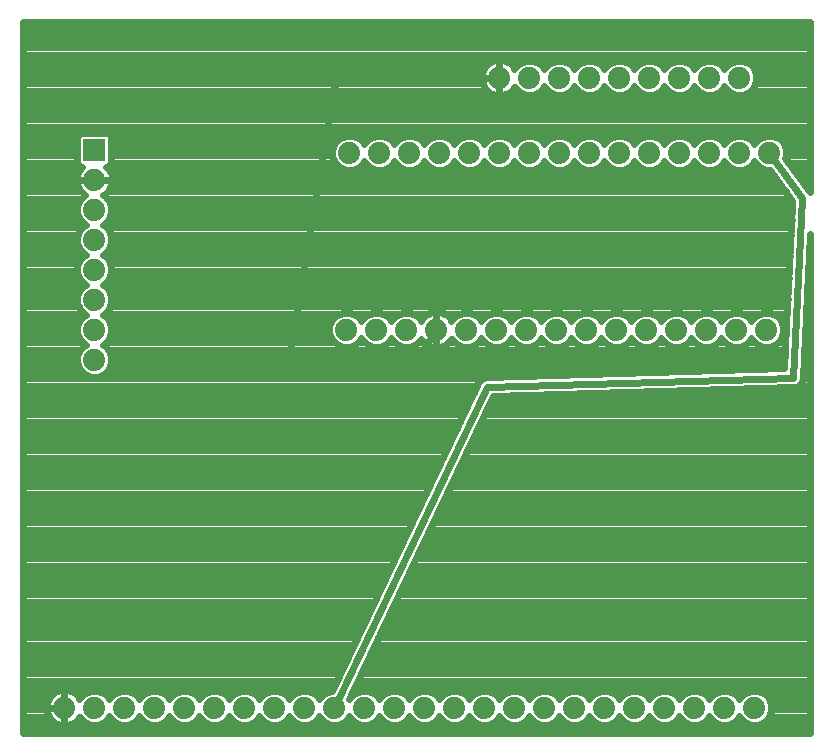
<source format=gbl>
G75*
%MOIN*%
%OFA0B0*%
%FSLAX25Y25*%
%IPPOS*%
%LPD*%
%AMOC8*
5,1,8,0,0,1.08239X$1,22.5*
%
%ADD10R,0.07400X0.07400*%
%ADD11C,0.07400*%
%ADD12C,0.02400*%
%ADD13C,0.03962*%
D10*
X0049800Y0217800D03*
D11*
X0049800Y0207800D03*
X0049800Y0197800D03*
X0049800Y0187800D03*
X0049800Y0177800D03*
X0049800Y0167800D03*
X0049800Y0157800D03*
X0049800Y0147800D03*
X0133800Y0157800D03*
X0143800Y0157800D03*
X0153800Y0157800D03*
X0163800Y0157800D03*
X0173800Y0157800D03*
X0183800Y0157800D03*
X0193800Y0157800D03*
X0203800Y0157800D03*
X0213800Y0157800D03*
X0223800Y0157800D03*
X0233800Y0157800D03*
X0243800Y0157800D03*
X0253800Y0157800D03*
X0263800Y0157800D03*
X0273800Y0157800D03*
X0274800Y0216800D03*
X0264800Y0216800D03*
X0254800Y0216800D03*
X0244800Y0216800D03*
X0234800Y0216800D03*
X0224800Y0216800D03*
X0214800Y0216800D03*
X0204800Y0216800D03*
X0194800Y0216800D03*
X0184800Y0216800D03*
X0174800Y0216800D03*
X0164800Y0216800D03*
X0154800Y0216800D03*
X0144800Y0216800D03*
X0134800Y0216800D03*
X0184800Y0241800D03*
X0194800Y0241800D03*
X0204800Y0241800D03*
X0214800Y0241800D03*
X0224800Y0241800D03*
X0234800Y0241800D03*
X0244800Y0241800D03*
X0254800Y0241800D03*
X0264800Y0241800D03*
X0259800Y0031800D03*
X0249800Y0031800D03*
X0239800Y0031800D03*
X0229800Y0031800D03*
X0219800Y0031800D03*
X0209800Y0031800D03*
X0199800Y0031800D03*
X0189800Y0031800D03*
X0179800Y0031800D03*
X0169800Y0031800D03*
X0159800Y0031800D03*
X0149800Y0031800D03*
X0139800Y0031800D03*
X0129800Y0031800D03*
X0119800Y0031800D03*
X0109800Y0031800D03*
X0099800Y0031800D03*
X0089800Y0031800D03*
X0079800Y0031800D03*
X0069800Y0031800D03*
X0059800Y0031800D03*
X0049800Y0031800D03*
X0039800Y0031800D03*
X0269800Y0031800D03*
D12*
X0026200Y0023200D02*
X0026200Y0260400D01*
X0288400Y0260400D01*
X0288400Y0203696D01*
X0288283Y0203825D01*
X0280175Y0214882D01*
X0280500Y0215666D01*
X0280500Y0217934D01*
X0279632Y0220029D01*
X0278029Y0221632D01*
X0275934Y0222500D01*
X0273666Y0222500D01*
X0271571Y0221632D01*
X0269968Y0220029D01*
X0269800Y0219624D01*
X0269632Y0220029D01*
X0268029Y0221632D01*
X0265934Y0222500D01*
X0263666Y0222500D01*
X0261571Y0221632D01*
X0259968Y0220029D01*
X0259800Y0219624D01*
X0259632Y0220029D01*
X0258029Y0221632D01*
X0255934Y0222500D01*
X0253666Y0222500D01*
X0251571Y0221632D01*
X0249968Y0220029D01*
X0249800Y0219624D01*
X0249632Y0220029D01*
X0248029Y0221632D01*
X0245934Y0222500D01*
X0243666Y0222500D01*
X0241571Y0221632D01*
X0239968Y0220029D01*
X0239800Y0219624D01*
X0239632Y0220029D01*
X0238029Y0221632D01*
X0235934Y0222500D01*
X0233666Y0222500D01*
X0231571Y0221632D01*
X0229968Y0220029D01*
X0229800Y0219624D01*
X0229632Y0220029D01*
X0228029Y0221632D01*
X0225934Y0222500D01*
X0223666Y0222500D01*
X0221571Y0221632D01*
X0219968Y0220029D01*
X0219800Y0219624D01*
X0219632Y0220029D01*
X0218029Y0221632D01*
X0215934Y0222500D01*
X0213666Y0222500D01*
X0211571Y0221632D01*
X0209968Y0220029D01*
X0209800Y0219624D01*
X0209632Y0220029D01*
X0208029Y0221632D01*
X0205934Y0222500D01*
X0203666Y0222500D01*
X0201571Y0221632D01*
X0199968Y0220029D01*
X0199800Y0219624D01*
X0199632Y0220029D01*
X0198029Y0221632D01*
X0195934Y0222500D01*
X0193666Y0222500D01*
X0191571Y0221632D01*
X0189968Y0220029D01*
X0189800Y0219624D01*
X0189632Y0220029D01*
X0188029Y0221632D01*
X0185934Y0222500D01*
X0183666Y0222500D01*
X0181571Y0221632D01*
X0179968Y0220029D01*
X0179800Y0219624D01*
X0179632Y0220029D01*
X0178029Y0221632D01*
X0175934Y0222500D01*
X0173666Y0222500D01*
X0171571Y0221632D01*
X0169968Y0220029D01*
X0169800Y0219624D01*
X0169632Y0220029D01*
X0168029Y0221632D01*
X0165934Y0222500D01*
X0163666Y0222500D01*
X0161571Y0221632D01*
X0159968Y0220029D01*
X0159800Y0219624D01*
X0159632Y0220029D01*
X0158029Y0221632D01*
X0155934Y0222500D01*
X0153666Y0222500D01*
X0151571Y0221632D01*
X0149968Y0220029D01*
X0149800Y0219624D01*
X0149632Y0220029D01*
X0148029Y0221632D01*
X0145934Y0222500D01*
X0143666Y0222500D01*
X0141571Y0221632D01*
X0139968Y0220029D01*
X0139800Y0219624D01*
X0139632Y0220029D01*
X0138029Y0221632D01*
X0135934Y0222500D01*
X0133666Y0222500D01*
X0131571Y0221632D01*
X0129968Y0220029D01*
X0129100Y0217934D01*
X0129100Y0215666D01*
X0129968Y0213571D01*
X0131571Y0211968D01*
X0133666Y0211100D01*
X0135934Y0211100D01*
X0138029Y0211968D01*
X0139632Y0213571D01*
X0139800Y0213976D01*
X0139968Y0213571D01*
X0141571Y0211968D01*
X0143666Y0211100D01*
X0145934Y0211100D01*
X0148029Y0211968D01*
X0149632Y0213571D01*
X0149800Y0213976D01*
X0149968Y0213571D01*
X0151571Y0211968D01*
X0153666Y0211100D01*
X0155934Y0211100D01*
X0158029Y0211968D01*
X0159632Y0213571D01*
X0159800Y0213976D01*
X0159968Y0213571D01*
X0161571Y0211968D01*
X0163666Y0211100D01*
X0165934Y0211100D01*
X0168029Y0211968D01*
X0169632Y0213571D01*
X0169800Y0213976D01*
X0169968Y0213571D01*
X0171571Y0211968D01*
X0173666Y0211100D01*
X0175934Y0211100D01*
X0178029Y0211968D01*
X0179632Y0213571D01*
X0179800Y0213976D01*
X0179968Y0213571D01*
X0181571Y0211968D01*
X0183666Y0211100D01*
X0185934Y0211100D01*
X0188029Y0211968D01*
X0189632Y0213571D01*
X0189800Y0213976D01*
X0189968Y0213571D01*
X0191571Y0211968D01*
X0193666Y0211100D01*
X0195934Y0211100D01*
X0198029Y0211968D01*
X0199632Y0213571D01*
X0199800Y0213976D01*
X0199968Y0213571D01*
X0201571Y0211968D01*
X0203666Y0211100D01*
X0205934Y0211100D01*
X0208029Y0211968D01*
X0209632Y0213571D01*
X0209800Y0213976D01*
X0209968Y0213571D01*
X0211571Y0211968D01*
X0213666Y0211100D01*
X0215934Y0211100D01*
X0218029Y0211968D01*
X0219632Y0213571D01*
X0219800Y0213976D01*
X0219968Y0213571D01*
X0221571Y0211968D01*
X0223666Y0211100D01*
X0225934Y0211100D01*
X0228029Y0211968D01*
X0229632Y0213571D01*
X0229800Y0213976D01*
X0229968Y0213571D01*
X0231571Y0211968D01*
X0233666Y0211100D01*
X0235934Y0211100D01*
X0238029Y0211968D01*
X0239632Y0213571D01*
X0239800Y0213976D01*
X0239968Y0213571D01*
X0241571Y0211968D01*
X0243666Y0211100D01*
X0245934Y0211100D01*
X0248029Y0211968D01*
X0249632Y0213571D01*
X0249800Y0213976D01*
X0249968Y0213571D01*
X0251571Y0211968D01*
X0253666Y0211100D01*
X0255934Y0211100D01*
X0258029Y0211968D01*
X0259632Y0213571D01*
X0259800Y0213976D01*
X0259968Y0213571D01*
X0261571Y0211968D01*
X0263666Y0211100D01*
X0265934Y0211100D01*
X0268029Y0211968D01*
X0269632Y0213571D01*
X0269800Y0213976D01*
X0269968Y0213571D01*
X0271571Y0211968D01*
X0273666Y0211100D01*
X0275012Y0211100D01*
X0282547Y0200824D01*
X0279752Y0144912D01*
X0180836Y0142002D01*
X0180331Y0142029D01*
X0180204Y0141984D01*
X0180070Y0141980D01*
X0179608Y0141773D01*
X0179131Y0141604D01*
X0179031Y0141513D01*
X0178908Y0141458D01*
X0178561Y0141090D01*
X0178185Y0140751D01*
X0178127Y0140630D01*
X0178035Y0140532D01*
X0177855Y0140059D01*
X0128972Y0037500D01*
X0128666Y0037500D01*
X0126571Y0036632D01*
X0124968Y0035029D01*
X0124800Y0034624D01*
X0124632Y0035029D01*
X0123029Y0036632D01*
X0120934Y0037500D01*
X0118666Y0037500D01*
X0116571Y0036632D01*
X0114968Y0035029D01*
X0114800Y0034624D01*
X0114632Y0035029D01*
X0113029Y0036632D01*
X0110934Y0037500D01*
X0108666Y0037500D01*
X0106571Y0036632D01*
X0104968Y0035029D01*
X0104800Y0034624D01*
X0104632Y0035029D01*
X0103029Y0036632D01*
X0100934Y0037500D01*
X0098666Y0037500D01*
X0096571Y0036632D01*
X0094968Y0035029D01*
X0094800Y0034624D01*
X0094632Y0035029D01*
X0093029Y0036632D01*
X0090934Y0037500D01*
X0088666Y0037500D01*
X0086571Y0036632D01*
X0084968Y0035029D01*
X0084800Y0034624D01*
X0084632Y0035029D01*
X0083029Y0036632D01*
X0080934Y0037500D01*
X0078666Y0037500D01*
X0076571Y0036632D01*
X0074968Y0035029D01*
X0074800Y0034624D01*
X0074632Y0035029D01*
X0073029Y0036632D01*
X0070934Y0037500D01*
X0068666Y0037500D01*
X0066571Y0036632D01*
X0064968Y0035029D01*
X0064800Y0034624D01*
X0064632Y0035029D01*
X0063029Y0036632D01*
X0060934Y0037500D01*
X0058666Y0037500D01*
X0056571Y0036632D01*
X0054968Y0035029D01*
X0054800Y0034624D01*
X0054632Y0035029D01*
X0053029Y0036632D01*
X0050934Y0037500D01*
X0048666Y0037500D01*
X0046571Y0036632D01*
X0044968Y0035029D01*
X0044882Y0034822D01*
X0044846Y0034892D01*
X0044300Y0035644D01*
X0043644Y0036300D01*
X0042892Y0036846D01*
X0042065Y0037268D01*
X0041182Y0037555D01*
X0040264Y0037700D01*
X0039800Y0037700D01*
X0039800Y0031800D01*
X0039800Y0031800D01*
X0039800Y0025900D01*
X0040264Y0025900D01*
X0041182Y0026045D01*
X0042065Y0026332D01*
X0042892Y0026754D01*
X0043644Y0027300D01*
X0044300Y0027956D01*
X0044846Y0028708D01*
X0044882Y0028778D01*
X0044968Y0028571D01*
X0046571Y0026968D01*
X0048666Y0026100D01*
X0050934Y0026100D01*
X0053029Y0026968D01*
X0054632Y0028571D01*
X0054800Y0028976D01*
X0054968Y0028571D01*
X0056571Y0026968D01*
X0058666Y0026100D01*
X0060934Y0026100D01*
X0063029Y0026968D01*
X0064632Y0028571D01*
X0064800Y0028976D01*
X0064968Y0028571D01*
X0066571Y0026968D01*
X0068666Y0026100D01*
X0070934Y0026100D01*
X0073029Y0026968D01*
X0074632Y0028571D01*
X0074800Y0028976D01*
X0074968Y0028571D01*
X0076571Y0026968D01*
X0078666Y0026100D01*
X0080934Y0026100D01*
X0083029Y0026968D01*
X0084632Y0028571D01*
X0084800Y0028976D01*
X0084968Y0028571D01*
X0086571Y0026968D01*
X0088666Y0026100D01*
X0090934Y0026100D01*
X0093029Y0026968D01*
X0094632Y0028571D01*
X0094800Y0028976D01*
X0094968Y0028571D01*
X0096571Y0026968D01*
X0098666Y0026100D01*
X0100934Y0026100D01*
X0103029Y0026968D01*
X0104632Y0028571D01*
X0104800Y0028976D01*
X0104968Y0028571D01*
X0106571Y0026968D01*
X0108666Y0026100D01*
X0110934Y0026100D01*
X0113029Y0026968D01*
X0114632Y0028571D01*
X0114800Y0028976D01*
X0114968Y0028571D01*
X0116571Y0026968D01*
X0118666Y0026100D01*
X0120934Y0026100D01*
X0123029Y0026968D01*
X0124632Y0028571D01*
X0124800Y0028976D01*
X0124968Y0028571D01*
X0126571Y0026968D01*
X0128666Y0026100D01*
X0130934Y0026100D01*
X0133029Y0026968D01*
X0134632Y0028571D01*
X0134800Y0028976D01*
X0134968Y0028571D01*
X0136571Y0026968D01*
X0138666Y0026100D01*
X0140934Y0026100D01*
X0143029Y0026968D01*
X0144632Y0028571D01*
X0144800Y0028976D01*
X0144968Y0028571D01*
X0146571Y0026968D01*
X0148666Y0026100D01*
X0150934Y0026100D01*
X0153029Y0026968D01*
X0154632Y0028571D01*
X0154800Y0028976D01*
X0154968Y0028571D01*
X0156571Y0026968D01*
X0158666Y0026100D01*
X0160934Y0026100D01*
X0163029Y0026968D01*
X0164632Y0028571D01*
X0164800Y0028976D01*
X0164968Y0028571D01*
X0166571Y0026968D01*
X0168666Y0026100D01*
X0170934Y0026100D01*
X0173029Y0026968D01*
X0174632Y0028571D01*
X0174800Y0028976D01*
X0174968Y0028571D01*
X0176571Y0026968D01*
X0178666Y0026100D01*
X0180934Y0026100D01*
X0183029Y0026968D01*
X0184632Y0028571D01*
X0184800Y0028976D01*
X0184968Y0028571D01*
X0186571Y0026968D01*
X0188666Y0026100D01*
X0190934Y0026100D01*
X0193029Y0026968D01*
X0194632Y0028571D01*
X0194800Y0028976D01*
X0194968Y0028571D01*
X0196571Y0026968D01*
X0198666Y0026100D01*
X0200934Y0026100D01*
X0203029Y0026968D01*
X0204632Y0028571D01*
X0204800Y0028976D01*
X0204968Y0028571D01*
X0206571Y0026968D01*
X0208666Y0026100D01*
X0210934Y0026100D01*
X0213029Y0026968D01*
X0214632Y0028571D01*
X0214800Y0028976D01*
X0214968Y0028571D01*
X0216571Y0026968D01*
X0218666Y0026100D01*
X0220934Y0026100D01*
X0223029Y0026968D01*
X0224632Y0028571D01*
X0224800Y0028976D01*
X0224968Y0028571D01*
X0226571Y0026968D01*
X0228666Y0026100D01*
X0230934Y0026100D01*
X0233029Y0026968D01*
X0234632Y0028571D01*
X0234800Y0028976D01*
X0234968Y0028571D01*
X0236571Y0026968D01*
X0238666Y0026100D01*
X0240934Y0026100D01*
X0243029Y0026968D01*
X0244632Y0028571D01*
X0244800Y0028976D01*
X0244968Y0028571D01*
X0246571Y0026968D01*
X0248666Y0026100D01*
X0250934Y0026100D01*
X0253029Y0026968D01*
X0254632Y0028571D01*
X0254800Y0028976D01*
X0254968Y0028571D01*
X0256571Y0026968D01*
X0258666Y0026100D01*
X0260934Y0026100D01*
X0263029Y0026968D01*
X0264632Y0028571D01*
X0264800Y0028976D01*
X0264968Y0028571D01*
X0266571Y0026968D01*
X0268666Y0026100D01*
X0270934Y0026100D01*
X0273029Y0026968D01*
X0274632Y0028571D01*
X0275500Y0030666D01*
X0275500Y0032934D01*
X0274632Y0035029D01*
X0273029Y0036632D01*
X0270934Y0037500D01*
X0268666Y0037500D01*
X0266571Y0036632D01*
X0264968Y0035029D01*
X0264800Y0034624D01*
X0264632Y0035029D01*
X0263029Y0036632D01*
X0260934Y0037500D01*
X0258666Y0037500D01*
X0256571Y0036632D01*
X0254968Y0035029D01*
X0254800Y0034624D01*
X0254632Y0035029D01*
X0253029Y0036632D01*
X0250934Y0037500D01*
X0248666Y0037500D01*
X0246571Y0036632D01*
X0244968Y0035029D01*
X0244800Y0034624D01*
X0244632Y0035029D01*
X0243029Y0036632D01*
X0240934Y0037500D01*
X0238666Y0037500D01*
X0236571Y0036632D01*
X0234968Y0035029D01*
X0234800Y0034624D01*
X0234632Y0035029D01*
X0233029Y0036632D01*
X0230934Y0037500D01*
X0228666Y0037500D01*
X0226571Y0036632D01*
X0224968Y0035029D01*
X0224800Y0034624D01*
X0224632Y0035029D01*
X0223029Y0036632D01*
X0220934Y0037500D01*
X0218666Y0037500D01*
X0216571Y0036632D01*
X0214968Y0035029D01*
X0214800Y0034624D01*
X0214632Y0035029D01*
X0213029Y0036632D01*
X0210934Y0037500D01*
X0208666Y0037500D01*
X0206571Y0036632D01*
X0204968Y0035029D01*
X0204800Y0034624D01*
X0204632Y0035029D01*
X0203029Y0036632D01*
X0200934Y0037500D01*
X0198666Y0037500D01*
X0196571Y0036632D01*
X0194968Y0035029D01*
X0194800Y0034624D01*
X0194632Y0035029D01*
X0193029Y0036632D01*
X0190934Y0037500D01*
X0188666Y0037500D01*
X0186571Y0036632D01*
X0184968Y0035029D01*
X0184800Y0034624D01*
X0184632Y0035029D01*
X0183029Y0036632D01*
X0180934Y0037500D01*
X0178666Y0037500D01*
X0176571Y0036632D01*
X0174968Y0035029D01*
X0174800Y0034624D01*
X0174632Y0035029D01*
X0173029Y0036632D01*
X0170934Y0037500D01*
X0168666Y0037500D01*
X0166571Y0036632D01*
X0164968Y0035029D01*
X0164800Y0034624D01*
X0164632Y0035029D01*
X0163029Y0036632D01*
X0160934Y0037500D01*
X0158666Y0037500D01*
X0156571Y0036632D01*
X0154968Y0035029D01*
X0154800Y0034624D01*
X0154632Y0035029D01*
X0153029Y0036632D01*
X0150934Y0037500D01*
X0148666Y0037500D01*
X0146571Y0036632D01*
X0144968Y0035029D01*
X0144800Y0034624D01*
X0144632Y0035029D01*
X0143029Y0036632D01*
X0140934Y0037500D01*
X0138666Y0037500D01*
X0136571Y0036632D01*
X0134968Y0035029D01*
X0134800Y0034624D01*
X0134749Y0034746D01*
X0182848Y0135659D01*
X0282767Y0138598D01*
X0283276Y0138572D01*
X0283399Y0138616D01*
X0283530Y0138620D01*
X0283995Y0138829D01*
X0284475Y0139000D01*
X0284572Y0139088D01*
X0284692Y0139142D01*
X0285041Y0139512D01*
X0285419Y0139854D01*
X0285475Y0139973D01*
X0285565Y0140068D01*
X0285746Y0140544D01*
X0285964Y0141004D01*
X0285971Y0141135D01*
X0286017Y0141258D01*
X0286002Y0141767D01*
X0288400Y0189720D01*
X0288400Y0023200D01*
X0026200Y0023200D01*
X0026200Y0023996D02*
X0288400Y0023996D01*
X0288400Y0026394D02*
X0271644Y0026394D01*
X0267956Y0026394D02*
X0261644Y0026394D01*
X0264724Y0028793D02*
X0264876Y0028793D01*
X0265927Y0035988D02*
X0263673Y0035988D01*
X0255927Y0035988D02*
X0253673Y0035988D01*
X0254724Y0028793D02*
X0254876Y0028793D01*
X0257956Y0026394D02*
X0251644Y0026394D01*
X0247956Y0026394D02*
X0241644Y0026394D01*
X0237956Y0026394D02*
X0231644Y0026394D01*
X0227956Y0026394D02*
X0221644Y0026394D01*
X0224724Y0028793D02*
X0224876Y0028793D01*
X0225927Y0035988D02*
X0223673Y0035988D01*
X0215927Y0035988D02*
X0213673Y0035988D01*
X0214724Y0028793D02*
X0214876Y0028793D01*
X0217956Y0026394D02*
X0211644Y0026394D01*
X0207956Y0026394D02*
X0201644Y0026394D01*
X0197956Y0026394D02*
X0191644Y0026394D01*
X0194724Y0028793D02*
X0194876Y0028793D01*
X0195927Y0035988D02*
X0193673Y0035988D01*
X0185927Y0035988D02*
X0183673Y0035988D01*
X0184724Y0028793D02*
X0184876Y0028793D01*
X0187956Y0026394D02*
X0181644Y0026394D01*
X0177956Y0026394D02*
X0171644Y0026394D01*
X0167956Y0026394D02*
X0161644Y0026394D01*
X0157956Y0026394D02*
X0151644Y0026394D01*
X0147956Y0026394D02*
X0141644Y0026394D01*
X0137956Y0026394D02*
X0131644Y0026394D01*
X0127956Y0026394D02*
X0121644Y0026394D01*
X0124724Y0028793D02*
X0124876Y0028793D01*
X0129800Y0031800D02*
X0180800Y0138800D01*
X0282800Y0141800D01*
X0285800Y0201800D01*
X0274800Y0216800D01*
X0270612Y0220673D02*
X0268988Y0220673D01*
X0269539Y0213478D02*
X0270061Y0213478D01*
X0275027Y0211079D02*
X0054710Y0211079D01*
X0054846Y0210892D02*
X0054300Y0211644D01*
X0053844Y0212100D01*
X0054328Y0212100D01*
X0055500Y0213272D01*
X0055500Y0222328D01*
X0054328Y0223500D01*
X0045272Y0223500D01*
X0044100Y0222328D01*
X0044100Y0213272D01*
X0045272Y0212100D01*
X0045756Y0212100D01*
X0045300Y0211644D01*
X0044754Y0210892D01*
X0044332Y0210065D01*
X0044045Y0209182D01*
X0043900Y0208264D01*
X0043900Y0207800D01*
X0049800Y0207800D01*
X0055700Y0207800D01*
X0055700Y0208264D01*
X0055555Y0209182D01*
X0055268Y0210065D01*
X0054846Y0210892D01*
X0055634Y0208681D02*
X0276786Y0208681D01*
X0278545Y0206282D02*
X0055511Y0206282D01*
X0055555Y0206418D02*
X0055700Y0207336D01*
X0055700Y0207800D01*
X0049800Y0207800D01*
X0049800Y0207800D01*
X0049800Y0207800D01*
X0043900Y0207800D01*
X0043900Y0207336D01*
X0044045Y0206418D01*
X0044332Y0205535D01*
X0044754Y0204708D01*
X0045300Y0203956D01*
X0045956Y0203300D01*
X0046708Y0202754D01*
X0046778Y0202718D01*
X0046571Y0202632D01*
X0044968Y0201029D01*
X0044100Y0198934D01*
X0044100Y0196666D01*
X0044968Y0194571D01*
X0046571Y0192968D01*
X0046976Y0192800D01*
X0046571Y0192632D01*
X0044968Y0191029D01*
X0044100Y0188934D01*
X0044100Y0186666D01*
X0044968Y0184571D01*
X0046571Y0182968D01*
X0046976Y0182800D01*
X0046571Y0182632D01*
X0044968Y0181029D01*
X0044100Y0178934D01*
X0044100Y0176666D01*
X0044968Y0174571D01*
X0046571Y0172968D01*
X0046976Y0172800D01*
X0046571Y0172632D01*
X0044968Y0171029D01*
X0044100Y0168934D01*
X0044100Y0166666D01*
X0044968Y0164571D01*
X0046571Y0162968D01*
X0046976Y0162800D01*
X0046571Y0162632D01*
X0044968Y0161029D01*
X0044100Y0158934D01*
X0044100Y0156666D01*
X0044968Y0154571D01*
X0046571Y0152968D01*
X0046976Y0152800D01*
X0046571Y0152632D01*
X0044968Y0151029D01*
X0044100Y0148934D01*
X0044100Y0146666D01*
X0044968Y0144571D01*
X0046571Y0142968D01*
X0048666Y0142100D01*
X0050934Y0142100D01*
X0053029Y0142968D01*
X0054632Y0144571D01*
X0055500Y0146666D01*
X0055500Y0148934D01*
X0054632Y0151029D01*
X0053029Y0152632D01*
X0052624Y0152800D01*
X0053029Y0152968D01*
X0054632Y0154571D01*
X0055500Y0156666D01*
X0055500Y0158934D01*
X0054632Y0161029D01*
X0053029Y0162632D01*
X0052624Y0162800D01*
X0053029Y0162968D01*
X0054632Y0164571D01*
X0055500Y0166666D01*
X0055500Y0168934D01*
X0054632Y0171029D01*
X0053029Y0172632D01*
X0052624Y0172800D01*
X0053029Y0172968D01*
X0054632Y0174571D01*
X0055500Y0176666D01*
X0055500Y0178934D01*
X0054632Y0181029D01*
X0053029Y0182632D01*
X0052624Y0182800D01*
X0053029Y0182968D01*
X0054632Y0184571D01*
X0055500Y0186666D01*
X0055500Y0188934D01*
X0054632Y0191029D01*
X0053029Y0192632D01*
X0052624Y0192800D01*
X0053029Y0192968D01*
X0054632Y0194571D01*
X0055500Y0196666D01*
X0055500Y0198934D01*
X0054632Y0201029D01*
X0053029Y0202632D01*
X0052822Y0202718D01*
X0052892Y0202754D01*
X0053644Y0203300D01*
X0054300Y0203956D01*
X0054846Y0204708D01*
X0055268Y0205535D01*
X0055555Y0206418D01*
X0054228Y0203884D02*
X0280304Y0203884D01*
X0282062Y0201485D02*
X0054176Y0201485D01*
X0055437Y0199087D02*
X0282460Y0199087D01*
X0282340Y0196688D02*
X0055500Y0196688D01*
X0054351Y0194290D02*
X0282220Y0194290D01*
X0282101Y0191891D02*
X0053770Y0191891D01*
X0055268Y0189493D02*
X0281981Y0189493D01*
X0281861Y0187094D02*
X0055500Y0187094D01*
X0054684Y0184696D02*
X0281741Y0184696D01*
X0281621Y0182297D02*
X0053364Y0182297D01*
X0055100Y0179899D02*
X0281501Y0179899D01*
X0281381Y0177500D02*
X0055500Y0177500D01*
X0054852Y0175102D02*
X0281261Y0175102D01*
X0281141Y0172703D02*
X0052857Y0172703D01*
X0054932Y0170305D02*
X0281021Y0170305D01*
X0280901Y0167906D02*
X0055500Y0167906D01*
X0055020Y0165508D02*
X0280781Y0165508D01*
X0280661Y0163109D02*
X0275877Y0163109D01*
X0274934Y0163500D02*
X0272666Y0163500D01*
X0270571Y0162632D01*
X0268968Y0161029D01*
X0268800Y0160624D01*
X0268632Y0161029D01*
X0267029Y0162632D01*
X0264934Y0163500D01*
X0262666Y0163500D01*
X0260571Y0162632D01*
X0258968Y0161029D01*
X0258800Y0160624D01*
X0258632Y0161029D01*
X0257029Y0162632D01*
X0254934Y0163500D01*
X0252666Y0163500D01*
X0250571Y0162632D01*
X0248968Y0161029D01*
X0248800Y0160624D01*
X0248632Y0161029D01*
X0247029Y0162632D01*
X0244934Y0163500D01*
X0242666Y0163500D01*
X0240571Y0162632D01*
X0238968Y0161029D01*
X0238800Y0160624D01*
X0238632Y0161029D01*
X0237029Y0162632D01*
X0234934Y0163500D01*
X0232666Y0163500D01*
X0230571Y0162632D01*
X0228968Y0161029D01*
X0228800Y0160624D01*
X0228632Y0161029D01*
X0227029Y0162632D01*
X0224934Y0163500D01*
X0222666Y0163500D01*
X0220571Y0162632D01*
X0218968Y0161029D01*
X0218800Y0160624D01*
X0218632Y0161029D01*
X0217029Y0162632D01*
X0214934Y0163500D01*
X0212666Y0163500D01*
X0210571Y0162632D01*
X0208968Y0161029D01*
X0208800Y0160624D01*
X0208632Y0161029D01*
X0207029Y0162632D01*
X0204934Y0163500D01*
X0202666Y0163500D01*
X0200571Y0162632D01*
X0198968Y0161029D01*
X0198800Y0160624D01*
X0198632Y0161029D01*
X0197029Y0162632D01*
X0194934Y0163500D01*
X0192666Y0163500D01*
X0190571Y0162632D01*
X0188968Y0161029D01*
X0188800Y0160624D01*
X0188632Y0161029D01*
X0187029Y0162632D01*
X0184934Y0163500D01*
X0182666Y0163500D01*
X0180571Y0162632D01*
X0178968Y0161029D01*
X0178800Y0160624D01*
X0178632Y0161029D01*
X0177029Y0162632D01*
X0174934Y0163500D01*
X0172666Y0163500D01*
X0170571Y0162632D01*
X0168968Y0161029D01*
X0168882Y0160822D01*
X0168846Y0160892D01*
X0168300Y0161644D01*
X0167644Y0162300D01*
X0166892Y0162846D01*
X0166065Y0163268D01*
X0165182Y0163555D01*
X0164264Y0163700D01*
X0163800Y0163700D01*
X0163800Y0157800D01*
X0153800Y0142800D01*
X0113800Y0142800D01*
X0130800Y0243800D01*
X0184800Y0241800D01*
X0184800Y0241800D01*
X0184800Y0247700D01*
X0185264Y0247700D01*
X0186182Y0247555D01*
X0187065Y0247268D01*
X0187892Y0246846D01*
X0188644Y0246300D01*
X0189300Y0245644D01*
X0189846Y0244892D01*
X0189882Y0244822D01*
X0189968Y0245029D01*
X0191571Y0246632D01*
X0193666Y0247500D01*
X0195934Y0247500D01*
X0198029Y0246632D01*
X0199632Y0245029D01*
X0199800Y0244624D01*
X0199968Y0245029D01*
X0201571Y0246632D01*
X0203666Y0247500D01*
X0205934Y0247500D01*
X0208029Y0246632D01*
X0209632Y0245029D01*
X0209800Y0244624D01*
X0209968Y0245029D01*
X0211571Y0246632D01*
X0213666Y0247500D01*
X0215934Y0247500D01*
X0218029Y0246632D01*
X0219632Y0245029D01*
X0219800Y0244624D01*
X0219968Y0245029D01*
X0221571Y0246632D01*
X0223666Y0247500D01*
X0225934Y0247500D01*
X0228029Y0246632D01*
X0229632Y0245029D01*
X0229800Y0244624D01*
X0229968Y0245029D01*
X0231571Y0246632D01*
X0233666Y0247500D01*
X0235934Y0247500D01*
X0238029Y0246632D01*
X0239632Y0245029D01*
X0239800Y0244624D01*
X0239968Y0245029D01*
X0241571Y0246632D01*
X0243666Y0247500D01*
X0245934Y0247500D01*
X0248029Y0246632D01*
X0249632Y0245029D01*
X0249800Y0244624D01*
X0249968Y0245029D01*
X0251571Y0246632D01*
X0253666Y0247500D01*
X0255934Y0247500D01*
X0258029Y0246632D01*
X0259632Y0245029D01*
X0259800Y0244624D01*
X0259968Y0245029D01*
X0261571Y0246632D01*
X0263666Y0247500D01*
X0265934Y0247500D01*
X0268029Y0246632D01*
X0269632Y0245029D01*
X0270500Y0242934D01*
X0270500Y0240666D01*
X0269632Y0238571D01*
X0268029Y0236968D01*
X0265934Y0236100D01*
X0263666Y0236100D01*
X0261571Y0236968D01*
X0259968Y0238571D01*
X0259800Y0238976D01*
X0259632Y0238571D01*
X0258029Y0236968D01*
X0255934Y0236100D01*
X0253666Y0236100D01*
X0251571Y0236968D01*
X0249968Y0238571D01*
X0249800Y0238976D01*
X0249632Y0238571D01*
X0248029Y0236968D01*
X0245934Y0236100D01*
X0243666Y0236100D01*
X0241571Y0236968D01*
X0239968Y0238571D01*
X0239800Y0238976D01*
X0239632Y0238571D01*
X0238029Y0236968D01*
X0235934Y0236100D01*
X0233666Y0236100D01*
X0231571Y0236968D01*
X0229968Y0238571D01*
X0229800Y0238976D01*
X0229632Y0238571D01*
X0228029Y0236968D01*
X0225934Y0236100D01*
X0223666Y0236100D01*
X0221571Y0236968D01*
X0219968Y0238571D01*
X0219800Y0238976D01*
X0219632Y0238571D01*
X0218029Y0236968D01*
X0215934Y0236100D01*
X0213666Y0236100D01*
X0211571Y0236968D01*
X0209968Y0238571D01*
X0209800Y0238976D01*
X0209632Y0238571D01*
X0208029Y0236968D01*
X0205934Y0236100D01*
X0203666Y0236100D01*
X0201571Y0236968D01*
X0199968Y0238571D01*
X0199800Y0238976D01*
X0199632Y0238571D01*
X0198029Y0236968D01*
X0195934Y0236100D01*
X0193666Y0236100D01*
X0191571Y0236968D01*
X0189968Y0238571D01*
X0189882Y0238778D01*
X0189846Y0238708D01*
X0189300Y0237956D01*
X0188644Y0237300D01*
X0187892Y0236754D01*
X0187065Y0236332D01*
X0186182Y0236045D01*
X0185264Y0235900D01*
X0184800Y0235900D01*
X0184800Y0241800D01*
X0184800Y0241800D01*
X0178900Y0241800D01*
X0178900Y0242264D01*
X0179045Y0243182D01*
X0179332Y0244065D01*
X0179754Y0244892D01*
X0180300Y0245644D01*
X0180956Y0246300D01*
X0181708Y0246846D01*
X0182535Y0247268D01*
X0183418Y0247555D01*
X0184336Y0247700D01*
X0184800Y0247700D01*
X0184800Y0241800D01*
X0184800Y0241800D01*
X0178900Y0241800D01*
X0178900Y0241336D01*
X0179045Y0240418D01*
X0179332Y0239535D01*
X0179754Y0238708D01*
X0180300Y0237956D01*
X0180956Y0237300D01*
X0181708Y0236754D01*
X0182535Y0236332D01*
X0183418Y0236045D01*
X0184336Y0235900D01*
X0184800Y0235900D01*
X0184800Y0241800D01*
X0184800Y0242260D02*
X0184800Y0242260D01*
X0184800Y0239862D02*
X0184800Y0239862D01*
X0184800Y0237463D02*
X0184800Y0237463D01*
X0180793Y0237463D02*
X0026200Y0237463D01*
X0026200Y0235065D02*
X0288400Y0235065D01*
X0288400Y0237463D02*
X0268524Y0237463D01*
X0270167Y0239862D02*
X0288400Y0239862D01*
X0288400Y0242260D02*
X0270500Y0242260D01*
X0269786Y0244659D02*
X0288400Y0244659D01*
X0288400Y0247057D02*
X0267003Y0247057D01*
X0262597Y0247057D02*
X0257003Y0247057D01*
X0259786Y0244659D02*
X0259814Y0244659D01*
X0261076Y0237463D02*
X0258524Y0237463D01*
X0251076Y0237463D02*
X0248524Y0237463D01*
X0249786Y0244659D02*
X0249814Y0244659D01*
X0252597Y0247057D02*
X0247003Y0247057D01*
X0242597Y0247057D02*
X0237003Y0247057D01*
X0239786Y0244659D02*
X0239814Y0244659D01*
X0241076Y0237463D02*
X0238524Y0237463D01*
X0231076Y0237463D02*
X0228524Y0237463D01*
X0229786Y0244659D02*
X0229814Y0244659D01*
X0232597Y0247057D02*
X0227003Y0247057D01*
X0222597Y0247057D02*
X0217003Y0247057D01*
X0219786Y0244659D02*
X0219814Y0244659D01*
X0221076Y0237463D02*
X0218524Y0237463D01*
X0211076Y0237463D02*
X0208524Y0237463D01*
X0209786Y0244659D02*
X0209814Y0244659D01*
X0212597Y0247057D02*
X0207003Y0247057D01*
X0202597Y0247057D02*
X0197003Y0247057D01*
X0199786Y0244659D02*
X0199814Y0244659D01*
X0201076Y0237463D02*
X0198524Y0237463D01*
X0191076Y0237463D02*
X0188807Y0237463D01*
X0184800Y0244659D02*
X0184800Y0244659D01*
X0184800Y0247057D02*
X0184800Y0247057D01*
X0182122Y0247057D02*
X0026200Y0247057D01*
X0026200Y0244659D02*
X0179635Y0244659D01*
X0178900Y0242260D02*
X0026200Y0242260D01*
X0026200Y0239862D02*
X0179226Y0239862D01*
X0187478Y0247057D02*
X0192597Y0247057D01*
X0190612Y0220673D02*
X0188988Y0220673D01*
X0189539Y0213478D02*
X0190061Y0213478D01*
X0199539Y0213478D02*
X0200061Y0213478D01*
X0200612Y0220673D02*
X0198988Y0220673D01*
X0208988Y0220673D02*
X0210612Y0220673D01*
X0210061Y0213478D02*
X0209539Y0213478D01*
X0219539Y0213478D02*
X0220061Y0213478D01*
X0220612Y0220673D02*
X0218988Y0220673D01*
X0228988Y0220673D02*
X0230612Y0220673D01*
X0230061Y0213478D02*
X0229539Y0213478D01*
X0239539Y0213478D02*
X0240061Y0213478D01*
X0240612Y0220673D02*
X0238988Y0220673D01*
X0248988Y0220673D02*
X0250612Y0220673D01*
X0250061Y0213478D02*
X0249539Y0213478D01*
X0259539Y0213478D02*
X0260061Y0213478D01*
X0260612Y0220673D02*
X0258988Y0220673D01*
X0278988Y0220673D02*
X0288400Y0220673D01*
X0288400Y0218275D02*
X0280359Y0218275D01*
X0280500Y0215876D02*
X0288400Y0215876D01*
X0288400Y0213478D02*
X0281204Y0213478D01*
X0282963Y0211079D02*
X0288400Y0211079D01*
X0288400Y0208681D02*
X0284722Y0208681D01*
X0286481Y0206282D02*
X0288400Y0206282D01*
X0288400Y0203884D02*
X0288240Y0203884D01*
X0288389Y0189493D02*
X0288400Y0189493D01*
X0288400Y0187094D02*
X0288269Y0187094D01*
X0288149Y0184696D02*
X0288400Y0184696D01*
X0288400Y0182297D02*
X0288029Y0182297D01*
X0287909Y0179899D02*
X0288400Y0179899D01*
X0288400Y0177500D02*
X0287789Y0177500D01*
X0287669Y0175102D02*
X0288400Y0175102D01*
X0288400Y0172703D02*
X0287549Y0172703D01*
X0287429Y0170305D02*
X0288400Y0170305D01*
X0288400Y0167906D02*
X0287309Y0167906D01*
X0287189Y0165508D02*
X0288400Y0165508D01*
X0288400Y0163109D02*
X0287069Y0163109D01*
X0286950Y0160711D02*
X0288400Y0160711D01*
X0288400Y0158312D02*
X0286830Y0158312D01*
X0286710Y0155914D02*
X0288400Y0155914D01*
X0288400Y0153515D02*
X0286590Y0153515D01*
X0286470Y0151117D02*
X0288400Y0151117D01*
X0288400Y0148718D02*
X0286350Y0148718D01*
X0286230Y0146320D02*
X0288400Y0146320D01*
X0288400Y0143921D02*
X0286110Y0143921D01*
X0286010Y0141523D02*
X0288400Y0141523D01*
X0288400Y0139124D02*
X0284653Y0139124D01*
X0288400Y0136726D02*
X0219116Y0136726D01*
X0222666Y0152100D02*
X0220571Y0152968D01*
X0218968Y0154571D01*
X0218800Y0154976D01*
X0218632Y0154571D01*
X0217029Y0152968D01*
X0214934Y0152100D01*
X0212666Y0152100D01*
X0210571Y0152968D01*
X0208968Y0154571D01*
X0208800Y0154976D01*
X0208632Y0154571D01*
X0207029Y0152968D01*
X0204934Y0152100D01*
X0202666Y0152100D01*
X0200571Y0152968D01*
X0198968Y0154571D01*
X0198800Y0154976D01*
X0198632Y0154571D01*
X0197029Y0152968D01*
X0194934Y0152100D01*
X0192666Y0152100D01*
X0190571Y0152968D01*
X0188968Y0154571D01*
X0188800Y0154976D01*
X0188632Y0154571D01*
X0187029Y0152968D01*
X0184934Y0152100D01*
X0182666Y0152100D01*
X0180571Y0152968D01*
X0178968Y0154571D01*
X0178800Y0154976D01*
X0178632Y0154571D01*
X0177029Y0152968D01*
X0174934Y0152100D01*
X0172666Y0152100D01*
X0170571Y0152968D01*
X0168968Y0154571D01*
X0168882Y0154778D01*
X0168846Y0154708D01*
X0168300Y0153956D01*
X0167644Y0153300D01*
X0166892Y0152754D01*
X0166065Y0152332D01*
X0165182Y0152045D01*
X0164264Y0151900D01*
X0163800Y0151900D01*
X0163800Y0157800D01*
X0163800Y0157800D01*
X0163800Y0163700D01*
X0163336Y0163700D01*
X0162418Y0163555D01*
X0161535Y0163268D01*
X0160708Y0162846D01*
X0159956Y0162300D01*
X0159300Y0161644D01*
X0158754Y0160892D01*
X0158718Y0160822D01*
X0158632Y0161029D01*
X0157029Y0162632D01*
X0154934Y0163500D01*
X0152666Y0163500D01*
X0150571Y0162632D01*
X0148968Y0161029D01*
X0148800Y0160624D01*
X0148632Y0161029D01*
X0147029Y0162632D01*
X0144934Y0163500D01*
X0142666Y0163500D01*
X0140571Y0162632D01*
X0138968Y0161029D01*
X0138800Y0160624D01*
X0138632Y0161029D01*
X0137029Y0162632D01*
X0134934Y0163500D01*
X0132666Y0163500D01*
X0130571Y0162632D01*
X0128968Y0161029D01*
X0128100Y0158934D01*
X0128100Y0156666D01*
X0128968Y0154571D01*
X0130571Y0152968D01*
X0132666Y0152100D01*
X0134934Y0152100D01*
X0137029Y0152968D01*
X0138632Y0154571D01*
X0138800Y0154976D01*
X0138968Y0154571D01*
X0140571Y0152968D01*
X0142666Y0152100D01*
X0144934Y0152100D01*
X0147029Y0152968D01*
X0148632Y0154571D01*
X0148800Y0154976D01*
X0148968Y0154571D01*
X0150571Y0152968D01*
X0152666Y0152100D01*
X0154934Y0152100D01*
X0157029Y0152968D01*
X0158632Y0154571D01*
X0158718Y0154778D01*
X0158754Y0154708D01*
X0159300Y0153956D01*
X0159956Y0153300D01*
X0160708Y0152754D01*
X0161535Y0152332D01*
X0162418Y0152045D01*
X0163336Y0151900D01*
X0163800Y0151900D01*
X0163800Y0157800D01*
X0163800Y0157800D01*
X0163800Y0158312D02*
X0163800Y0158312D01*
X0163800Y0155914D02*
X0163800Y0155914D01*
X0163800Y0153515D02*
X0163800Y0153515D01*
X0159741Y0153515D02*
X0157576Y0153515D01*
X0150024Y0153515D02*
X0147576Y0153515D01*
X0148764Y0160711D02*
X0148836Y0160711D01*
X0151723Y0163109D02*
X0145877Y0163109D01*
X0141723Y0163109D02*
X0135877Y0163109D01*
X0138764Y0160711D02*
X0138836Y0160711D01*
X0140024Y0153515D02*
X0137576Y0153515D01*
X0130024Y0153515D02*
X0053576Y0153515D01*
X0054544Y0151117D02*
X0280062Y0151117D01*
X0280182Y0153515D02*
X0277576Y0153515D01*
X0277029Y0152968D02*
X0278632Y0154571D01*
X0279500Y0156666D01*
X0279500Y0158934D01*
X0278632Y0161029D01*
X0277029Y0162632D01*
X0274934Y0163500D01*
X0271723Y0163109D02*
X0265877Y0163109D01*
X0268764Y0160711D02*
X0268836Y0160711D01*
X0268800Y0154976D02*
X0268968Y0154571D01*
X0270571Y0152968D01*
X0272666Y0152100D01*
X0274934Y0152100D01*
X0277029Y0152968D01*
X0279188Y0155914D02*
X0280302Y0155914D01*
X0280422Y0158312D02*
X0279500Y0158312D01*
X0278764Y0160711D02*
X0280542Y0160711D01*
X0279942Y0148718D02*
X0055500Y0148718D01*
X0055356Y0146320D02*
X0279822Y0146320D01*
X0270024Y0153515D02*
X0267576Y0153515D01*
X0267029Y0152968D02*
X0268632Y0154571D01*
X0268800Y0154976D01*
X0267029Y0152968D02*
X0264934Y0152100D01*
X0262666Y0152100D01*
X0260571Y0152968D01*
X0258968Y0154571D01*
X0258800Y0154976D01*
X0258632Y0154571D01*
X0257029Y0152968D01*
X0254934Y0152100D01*
X0252666Y0152100D01*
X0250571Y0152968D01*
X0248968Y0154571D01*
X0248800Y0154976D01*
X0248632Y0154571D01*
X0247029Y0152968D01*
X0244934Y0152100D01*
X0242666Y0152100D01*
X0240571Y0152968D01*
X0238968Y0154571D01*
X0238800Y0154976D01*
X0238632Y0154571D01*
X0237029Y0152968D01*
X0234934Y0152100D01*
X0232666Y0152100D01*
X0230571Y0152968D01*
X0228968Y0154571D01*
X0228800Y0154976D01*
X0228632Y0154571D01*
X0227029Y0152968D01*
X0224934Y0152100D01*
X0222666Y0152100D01*
X0220024Y0153515D02*
X0217576Y0153515D01*
X0218764Y0160711D02*
X0218836Y0160711D01*
X0221723Y0163109D02*
X0215877Y0163109D01*
X0211723Y0163109D02*
X0205877Y0163109D01*
X0208764Y0160711D02*
X0208836Y0160711D01*
X0210024Y0153515D02*
X0207576Y0153515D01*
X0200024Y0153515D02*
X0197576Y0153515D01*
X0198764Y0160711D02*
X0198836Y0160711D01*
X0201723Y0163109D02*
X0195877Y0163109D01*
X0191723Y0163109D02*
X0185877Y0163109D01*
X0188764Y0160711D02*
X0188836Y0160711D01*
X0190024Y0153515D02*
X0187576Y0153515D01*
X0180024Y0153515D02*
X0177576Y0153515D01*
X0178764Y0160711D02*
X0178836Y0160711D01*
X0181723Y0163109D02*
X0175877Y0163109D01*
X0171723Y0163109D02*
X0166376Y0163109D01*
X0163800Y0163109D02*
X0163800Y0163109D01*
X0163800Y0160711D02*
X0163800Y0160711D01*
X0161224Y0163109D02*
X0155877Y0163109D01*
X0167859Y0153515D02*
X0170024Y0153515D01*
X0179041Y0141523D02*
X0026200Y0141523D01*
X0026200Y0143921D02*
X0045618Y0143921D01*
X0044244Y0146320D02*
X0026200Y0146320D01*
X0026200Y0148718D02*
X0044100Y0148718D01*
X0045056Y0151117D02*
X0026200Y0151117D01*
X0026200Y0153515D02*
X0046024Y0153515D01*
X0044412Y0155914D02*
X0026200Y0155914D01*
X0026200Y0158312D02*
X0044100Y0158312D01*
X0044836Y0160711D02*
X0026200Y0160711D01*
X0026200Y0163109D02*
X0046430Y0163109D01*
X0044580Y0165508D02*
X0026200Y0165508D01*
X0026200Y0167906D02*
X0044100Y0167906D01*
X0044668Y0170305D02*
X0026200Y0170305D01*
X0026200Y0172703D02*
X0046743Y0172703D01*
X0044748Y0175102D02*
X0026200Y0175102D01*
X0026200Y0177500D02*
X0044100Y0177500D01*
X0044500Y0179899D02*
X0026200Y0179899D01*
X0026200Y0182297D02*
X0046236Y0182297D01*
X0044916Y0184696D02*
X0026200Y0184696D01*
X0026200Y0187094D02*
X0044100Y0187094D01*
X0044332Y0189493D02*
X0026200Y0189493D01*
X0026200Y0191891D02*
X0045830Y0191891D01*
X0045249Y0194290D02*
X0026200Y0194290D01*
X0026200Y0196688D02*
X0044100Y0196688D01*
X0044163Y0199087D02*
X0026200Y0199087D01*
X0026200Y0201485D02*
X0045424Y0201485D01*
X0045372Y0203884D02*
X0026200Y0203884D01*
X0026200Y0206282D02*
X0044089Y0206282D01*
X0043966Y0208681D02*
X0026200Y0208681D01*
X0026200Y0211079D02*
X0044890Y0211079D01*
X0044100Y0213478D02*
X0026200Y0213478D01*
X0026200Y0215876D02*
X0044100Y0215876D01*
X0044100Y0218275D02*
X0026200Y0218275D01*
X0026200Y0220673D02*
X0044100Y0220673D01*
X0044844Y0223072D02*
X0026200Y0223072D01*
X0026200Y0225470D02*
X0288400Y0225470D01*
X0288400Y0223072D02*
X0054756Y0223072D01*
X0055500Y0220673D02*
X0130612Y0220673D01*
X0129241Y0218275D02*
X0055500Y0218275D01*
X0055500Y0215876D02*
X0129100Y0215876D01*
X0130061Y0213478D02*
X0055500Y0213478D01*
X0026200Y0227869D02*
X0288400Y0227869D01*
X0288400Y0230268D02*
X0026200Y0230268D01*
X0026200Y0232666D02*
X0288400Y0232666D01*
X0288400Y0249456D02*
X0026200Y0249456D01*
X0026200Y0251854D02*
X0288400Y0251854D01*
X0288400Y0254253D02*
X0026200Y0254253D01*
X0026200Y0256651D02*
X0288400Y0256651D01*
X0288400Y0259050D02*
X0026200Y0259050D01*
X0053170Y0163109D02*
X0131723Y0163109D01*
X0128836Y0160711D02*
X0054764Y0160711D01*
X0055500Y0158312D02*
X0128100Y0158312D01*
X0128412Y0155914D02*
X0055188Y0155914D01*
X0053982Y0143921D02*
X0246071Y0143921D01*
X0247576Y0153515D02*
X0250024Y0153515D01*
X0248836Y0160711D02*
X0248764Y0160711D01*
X0245877Y0163109D02*
X0251723Y0163109D01*
X0255877Y0163109D02*
X0261723Y0163109D01*
X0258836Y0160711D02*
X0258764Y0160711D01*
X0257576Y0153515D02*
X0260024Y0153515D01*
X0240024Y0153515D02*
X0237576Y0153515D01*
X0238764Y0160711D02*
X0238836Y0160711D01*
X0241723Y0163109D02*
X0235877Y0163109D01*
X0231723Y0163109D02*
X0225877Y0163109D01*
X0228764Y0160711D02*
X0228836Y0160711D01*
X0230024Y0153515D02*
X0227576Y0153515D01*
X0182213Y0134327D02*
X0288400Y0134327D01*
X0288400Y0131929D02*
X0181070Y0131929D01*
X0179926Y0129530D02*
X0288400Y0129530D01*
X0288400Y0127132D02*
X0178783Y0127132D01*
X0177640Y0124733D02*
X0288400Y0124733D01*
X0288400Y0122334D02*
X0176497Y0122334D01*
X0175354Y0119936D02*
X0288400Y0119936D01*
X0288400Y0117537D02*
X0174210Y0117537D01*
X0173067Y0115139D02*
X0288400Y0115139D01*
X0288400Y0112740D02*
X0171924Y0112740D01*
X0170781Y0110342D02*
X0288400Y0110342D01*
X0288400Y0107943D02*
X0169638Y0107943D01*
X0168494Y0105545D02*
X0288400Y0105545D01*
X0288400Y0103146D02*
X0167351Y0103146D01*
X0166208Y0100748D02*
X0288400Y0100748D01*
X0288400Y0098349D02*
X0165065Y0098349D01*
X0163921Y0095951D02*
X0288400Y0095951D01*
X0288400Y0093552D02*
X0162778Y0093552D01*
X0161635Y0091154D02*
X0288400Y0091154D01*
X0288400Y0088755D02*
X0160492Y0088755D01*
X0159349Y0086357D02*
X0288400Y0086357D01*
X0288400Y0083958D02*
X0158205Y0083958D01*
X0157062Y0081560D02*
X0288400Y0081560D01*
X0288400Y0079161D02*
X0155919Y0079161D01*
X0154776Y0076763D02*
X0288400Y0076763D01*
X0288400Y0074364D02*
X0153633Y0074364D01*
X0152489Y0071966D02*
X0288400Y0071966D01*
X0288400Y0069567D02*
X0151346Y0069567D01*
X0150203Y0067169D02*
X0288400Y0067169D01*
X0288400Y0064770D02*
X0149060Y0064770D01*
X0147916Y0062372D02*
X0288400Y0062372D01*
X0288400Y0059973D02*
X0146773Y0059973D01*
X0145630Y0057575D02*
X0288400Y0057575D01*
X0288400Y0055176D02*
X0144487Y0055176D01*
X0143344Y0052778D02*
X0288400Y0052778D01*
X0288400Y0050379D02*
X0142200Y0050379D01*
X0141057Y0047981D02*
X0288400Y0047981D01*
X0288400Y0045582D02*
X0139914Y0045582D01*
X0138771Y0043184D02*
X0288400Y0043184D01*
X0288400Y0040785D02*
X0137628Y0040785D01*
X0136484Y0038387D02*
X0288400Y0038387D01*
X0288400Y0035988D02*
X0273673Y0035988D01*
X0275228Y0033590D02*
X0288400Y0033590D01*
X0288400Y0031191D02*
X0275500Y0031191D01*
X0274724Y0028793D02*
X0288400Y0028793D01*
X0245927Y0035988D02*
X0243673Y0035988D01*
X0244724Y0028793D02*
X0244876Y0028793D01*
X0234876Y0028793D02*
X0234724Y0028793D01*
X0233673Y0035988D02*
X0235927Y0035988D01*
X0205927Y0035988D02*
X0203673Y0035988D01*
X0204724Y0028793D02*
X0204876Y0028793D01*
X0175927Y0035988D02*
X0173673Y0035988D01*
X0174724Y0028793D02*
X0174876Y0028793D01*
X0164876Y0028793D02*
X0164724Y0028793D01*
X0163673Y0035988D02*
X0165927Y0035988D01*
X0155927Y0035988D02*
X0153673Y0035988D01*
X0154724Y0028793D02*
X0154876Y0028793D01*
X0145927Y0035988D02*
X0143673Y0035988D01*
X0144724Y0028793D02*
X0144876Y0028793D01*
X0134876Y0028793D02*
X0134724Y0028793D01*
X0135341Y0035988D02*
X0135927Y0035988D01*
X0129395Y0038387D02*
X0026200Y0038387D01*
X0026200Y0040785D02*
X0130538Y0040785D01*
X0131681Y0043184D02*
X0026200Y0043184D01*
X0026200Y0045582D02*
X0132824Y0045582D01*
X0133967Y0047981D02*
X0026200Y0047981D01*
X0026200Y0050379D02*
X0135111Y0050379D01*
X0136254Y0052778D02*
X0026200Y0052778D01*
X0026200Y0055176D02*
X0137397Y0055176D01*
X0138540Y0057575D02*
X0026200Y0057575D01*
X0026200Y0059973D02*
X0139683Y0059973D01*
X0140827Y0062372D02*
X0026200Y0062372D01*
X0026200Y0064770D02*
X0141970Y0064770D01*
X0143113Y0067169D02*
X0026200Y0067169D01*
X0026200Y0069567D02*
X0144256Y0069567D01*
X0145400Y0071966D02*
X0026200Y0071966D01*
X0026200Y0074364D02*
X0146543Y0074364D01*
X0147686Y0076763D02*
X0026200Y0076763D01*
X0026200Y0079161D02*
X0148829Y0079161D01*
X0149972Y0081560D02*
X0026200Y0081560D01*
X0026200Y0083958D02*
X0151116Y0083958D01*
X0152259Y0086357D02*
X0026200Y0086357D01*
X0026200Y0088755D02*
X0153402Y0088755D01*
X0154545Y0091154D02*
X0026200Y0091154D01*
X0026200Y0093552D02*
X0155688Y0093552D01*
X0156832Y0095951D02*
X0026200Y0095951D01*
X0026200Y0098349D02*
X0157975Y0098349D01*
X0159118Y0100748D02*
X0026200Y0100748D01*
X0026200Y0103146D02*
X0160261Y0103146D01*
X0161405Y0105545D02*
X0026200Y0105545D01*
X0026200Y0107943D02*
X0162548Y0107943D01*
X0163691Y0110342D02*
X0026200Y0110342D01*
X0026200Y0112740D02*
X0164834Y0112740D01*
X0165977Y0115139D02*
X0026200Y0115139D01*
X0026200Y0117537D02*
X0167121Y0117537D01*
X0168264Y0119936D02*
X0026200Y0119936D01*
X0026200Y0122334D02*
X0169407Y0122334D01*
X0170550Y0124733D02*
X0026200Y0124733D01*
X0026200Y0127132D02*
X0171694Y0127132D01*
X0172837Y0129530D02*
X0026200Y0129530D01*
X0026200Y0131929D02*
X0173980Y0131929D01*
X0175123Y0134327D02*
X0026200Y0134327D01*
X0026200Y0136726D02*
X0176266Y0136726D01*
X0177410Y0139124D02*
X0026200Y0139124D01*
X0039336Y0037700D02*
X0038418Y0037555D01*
X0037535Y0037268D01*
X0036708Y0036846D01*
X0035956Y0036300D01*
X0035300Y0035644D01*
X0034754Y0034892D01*
X0034332Y0034065D01*
X0034045Y0033182D01*
X0033900Y0032264D01*
X0033900Y0031800D01*
X0039800Y0031800D01*
X0039800Y0031800D01*
X0039800Y0031800D01*
X0039800Y0037700D01*
X0039336Y0037700D01*
X0039800Y0035988D02*
X0039800Y0035988D01*
X0039800Y0033590D02*
X0039800Y0033590D01*
X0039800Y0031800D02*
X0033900Y0031800D01*
X0033900Y0031336D01*
X0034045Y0030418D01*
X0034332Y0029535D01*
X0034754Y0028708D01*
X0035300Y0027956D01*
X0035956Y0027300D01*
X0036708Y0026754D01*
X0037535Y0026332D01*
X0038418Y0026045D01*
X0039336Y0025900D01*
X0039800Y0025900D01*
X0039800Y0031800D01*
X0039800Y0031191D02*
X0039800Y0031191D01*
X0039800Y0028793D02*
X0039800Y0028793D01*
X0039800Y0026394D02*
X0039800Y0026394D01*
X0042186Y0026394D02*
X0047956Y0026394D01*
X0051644Y0026394D02*
X0057956Y0026394D01*
X0061644Y0026394D02*
X0067956Y0026394D01*
X0071644Y0026394D02*
X0077956Y0026394D01*
X0081644Y0026394D02*
X0087956Y0026394D01*
X0084876Y0028793D02*
X0084724Y0028793D01*
X0083673Y0035988D02*
X0085927Y0035988D01*
X0093673Y0035988D02*
X0095927Y0035988D01*
X0094876Y0028793D02*
X0094724Y0028793D01*
X0091644Y0026394D02*
X0097956Y0026394D01*
X0101644Y0026394D02*
X0107956Y0026394D01*
X0111644Y0026394D02*
X0117956Y0026394D01*
X0114876Y0028793D02*
X0114724Y0028793D01*
X0113673Y0035988D02*
X0115927Y0035988D01*
X0123673Y0035988D02*
X0125927Y0035988D01*
X0105927Y0035988D02*
X0103673Y0035988D01*
X0104724Y0028793D02*
X0104876Y0028793D01*
X0075927Y0035988D02*
X0073673Y0035988D01*
X0074724Y0028793D02*
X0074876Y0028793D01*
X0064876Y0028793D02*
X0064724Y0028793D01*
X0063673Y0035988D02*
X0065927Y0035988D01*
X0055927Y0035988D02*
X0053673Y0035988D01*
X0054724Y0028793D02*
X0054876Y0028793D01*
X0045927Y0035988D02*
X0043956Y0035988D01*
X0035644Y0035988D02*
X0026200Y0035988D01*
X0026200Y0033590D02*
X0034178Y0033590D01*
X0033923Y0031191D02*
X0026200Y0031191D01*
X0026200Y0028793D02*
X0034711Y0028793D01*
X0037414Y0026394D02*
X0026200Y0026394D01*
X0139539Y0213478D02*
X0140061Y0213478D01*
X0140612Y0220673D02*
X0138988Y0220673D01*
X0148988Y0220673D02*
X0150612Y0220673D01*
X0150061Y0213478D02*
X0149539Y0213478D01*
X0159539Y0213478D02*
X0160061Y0213478D01*
X0160612Y0220673D02*
X0158988Y0220673D01*
X0168988Y0220673D02*
X0170612Y0220673D01*
X0178988Y0220673D02*
X0180612Y0220673D01*
X0180061Y0213478D02*
X0179539Y0213478D01*
X0170061Y0213478D02*
X0169539Y0213478D01*
D13*
X0091800Y0209800D03*
X0085800Y0097800D03*
X0276800Y0060800D03*
M02*

</source>
